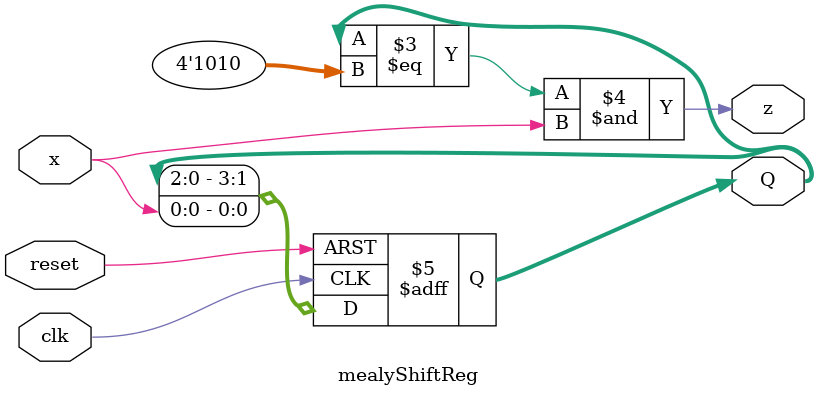
<source format=v>
`timescale 1ns / 1ps

module mealyShiftReg(
    input x, clk, reset,
    output reg [3:0] Q,
    output z
);

always @(posedge clk or negedge reset) begin
    if (!reset) Q<=4'b0000;
    else Q<={Q[3:0], x};
end

assign z=(Q==4'b1010 & x);

endmodule

</source>
